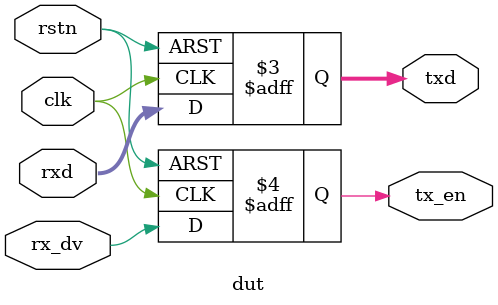
<source format=v>
module dut(
    input   wire            clk,
    input   wire            rstn,
    input   wire    [7:0]   rxd,
    input   wire            rx_dv,
    output  reg     [7:0]   txd,
    output  reg             tx_en
);

always@(posedge clk or negedge rstn)
begin
    if(~rstn) begin
        txd     <= 8'h00;
        tx_en   <= 1'b0;
    end else begin
        txd     <= rxd;
        tx_en   <= rx_dv;
    end
end

endmodule
</source>
